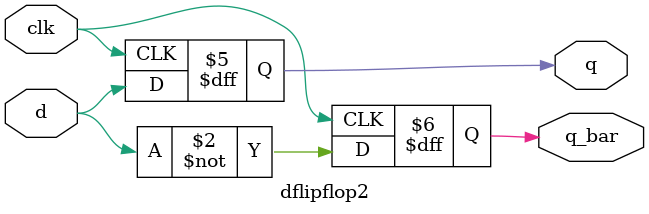
<source format=v>
`timescale 1ns / 1ps


module dflipflop2(
	input d,
	input clk,
	output reg q = 0,
	output reg q_bar = 1
    );

always@(posedge clk) begin
	q <= d;
	q_bar <= ~d;
end

endmodule


</source>
